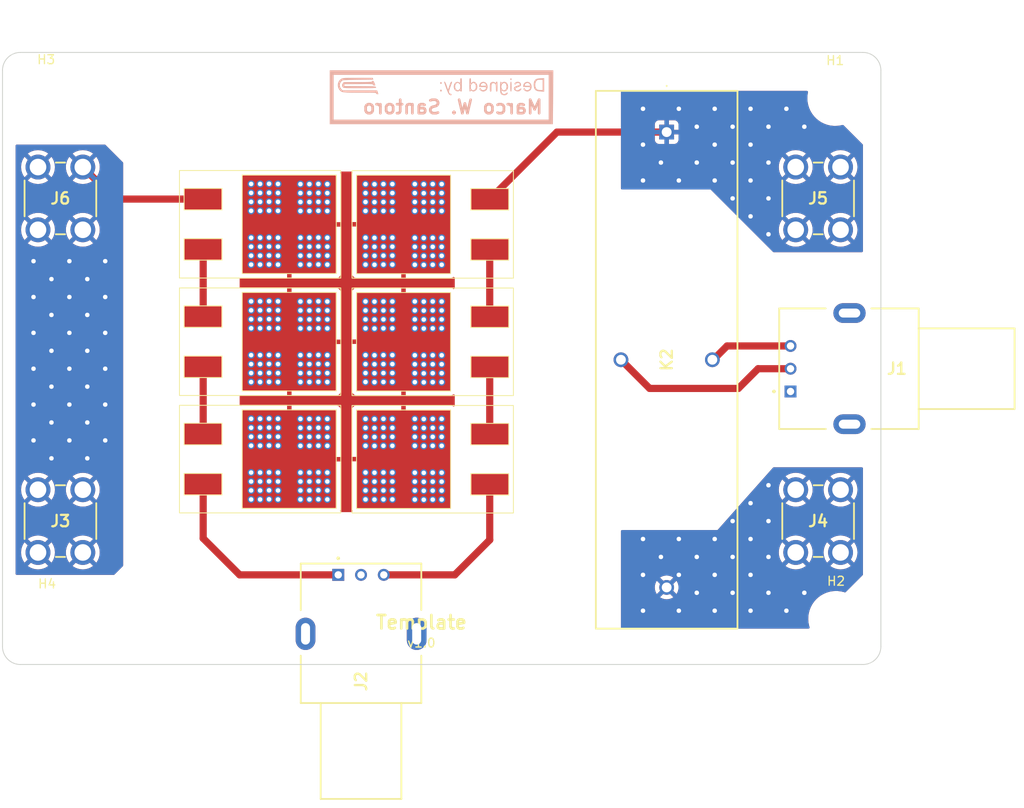
<source format=kicad_pcb>
(kicad_pcb (version 20221018) (generator pcbnew)
  (title_block (rev "${REVISION}") (company "Author:") (comment 1 "Reviewer:"))
  (layers (0 "F.Cu" signal) (31 "B.Cu" signal) (34 "B.Paste" user) (35 "F.Paste" user) (36 "B.SilkS" user "B.Silkscreen") (37 "F.SilkS" user "F.Silkscreen") (38 "B.Mask" user) (39 "F.Mask" user) (44 "Edge.Cuts" user))
  (property "REVISION" "1.0")
  (net 0 "")
  (net 1 "GND")
  (net 2 "HV+")
  (net 3 "HV-")
  (net 4 "SD+")
  (net 5 "TSMP-")
  (net 6 "TSMP+")
  (net 7 "Net-(J4-Pin_1)")
  (net 10 "Net-(PWR263S-35-5001F1-Pad2)")
  (net 11 "/THERMO")
  (net 12 "Net-(PWR263S-35-5001F4-Pad2)")
  (net 13 "Net-(PWR263S-35-5001F5-Pad2)")
  (net 14 "Net-(PWR263S-35-5001F2-Pad2)")
  (footprint "7696:7696" (layer "F.Cu") (at 204.04 67.4995)
    (fp_text reference "J5")
    (fp_text value "Conn_01x01_Pin" hide)
  )
  (footprint "MountingHole:MountingHole_3.2mm_M3" (layer "F.Cu") (at 120.40901 52.71)
    (fp_text reference "H3")
    (fp_text value "MountingHole")
  )
  (footprint "7696:PWR263S-35-5001F" (layer "F.Cu") (at 165.54 93.1 90)
    (fp_text reference "PWR263S-35-5001F4" hide)
    (fp_text value "~" hide)
  )
  (footprint "MountingHole:MountingHole_3.2mm_M3" (layer "F.Cu") (at 208.54 110.9)
    (fp_text reference "H2")
    (fp_text value "MountingHole")
  )
  (footprint "d369-g33-xx:D369-G33-XX" (layer "F.Cu") (at 203.46 85.54)
    (fp_text reference "J1")
    (fp_text value "~" hide)
  )
  (footprint "7696:7696" (layer "F.Cu") (at 204.04 103.4995)
    (fp_text reference "J4")
    (fp_text value "Conn_01x01_Pin" hide)
  )
  (footprint "7696:7696" (layer "F.Cu") (at 124.5 96.5005 180)
    (fp_text reference "J3")
    (fp_text value "Conn_01x01_Pin" hide)
  )
  (footprint "7696:PWR263S-35-5001F" (layer "F.Cu") (at 142.28 66.885 -90)
    (fp_text reference "PWR263S-35-5001F1" hide)
    (fp_text value "~" hide)
  )
  (footprint "7696:PWR263S-35-5001F" (layer "F.Cu") (at 142.28 79.985 -90)
    (fp_text reference "PWR263S-35-5001F2" hide)
    (fp_text value "~" hide)
  )
  (footprint "d369-g33-xx:D369-G33-XX" (layer "F.Cu") (at 153 106 -90)
    (fp_text reference "J2")
    (fp_text value "~" hide)
  )
  (footprint "7696:PWR263S-35-5001F" (layer "F.Cu") (at 165.54 66.9 90)
    (fp_text reference "PWR263S-35-5001F6" hide)
    (fp_text value "~" hide)
  )
  (footprint "MountingHole:MountingHole_3.2mm_M3" (layer "F.Cu") (at 120.50901 111.2)
    (fp_text reference "H4")
    (fp_text value "MountingHole")
  )
  (footprint "7696:PWR263S-35-5001F" (layer "F.Cu") (at 165.54 80 90)
    (fp_text reference "PWR263S-35-5001F5" hide)
    (fp_text value "~" hide)
  )
  (footprint "7696:PWR263S-35-5001F" (layer "F.Cu") (at 142.28 93.085 -90)
    (fp_text reference "PWR263S-35-5001F3" hide)
    (fp_text value "~" hide)
  )
  (footprint "KiCad:DBR72410" (layer "F.Cu") (at 189.64 56.6 -90)
    (fp_text reference "K2")
    (fp_text value "ADW11" hide)
  )
  (footprint "MountingHole:MountingHole_3.2mm_M3" (layer "F.Cu") (at 208.44 52.81)
    (fp_text reference "H1")
    (fp_text value "MountingHole")
  )
  (footprint "7696:7696" (layer "F.Cu") (at 124.5 60.5005 180)
    (fp_text reference "J6")
    (fp_text value "Conn_01x01_Pin" hide)
  )
  (footprint "put_silkscreen:SignatureBox25mm" (layer "B.Cu") (at 164.5 54.7 180)
    (fp_text reference "G***" hide)
    (fp_text value "LOGO" hide)
  )
  (gr_line (start 117.54 47.71) (end 211.54 47.71) (stroke (width 0.1)) (layer "Edge.Cuts"))
  (gr_line (start 115.54 114) (end 115.54 49.71) (stroke (width 0.1)) (layer "Edge.Cuts"))
  (gr_line (start 213.54 49.71) (end 213.54 114) (stroke (width 0.1)) (layer "Edge.Cuts"))
  (gr_arc (start 117.54 116) (mid 116.125786 115.414214) (end 115.54 114) (stroke (width 0.1)) (layer "Edge.Cuts"))
  (gr_arc (start 213.54 114) (mid 212.954214 115.414214) (end 211.54 116) (stroke (width 0.1)) (layer "Edge.Cuts"))
  (gr_arc (start 115.54 49.71) (mid 116.125786 48.295786) (end 117.54 47.71) (stroke (width 0.1)) (layer "Edge.Cuts"))
  (gr_line (start 211.54 116) (end 117.54 116) (stroke (width 0.1)) (layer "Edge.Cuts"))
  (gr_arc (start 211.54 47.71) (mid 212.954214 48.295786) (end 213.54 49.71) (stroke (width 0.1)) (layer "Edge.Cuts"))
  (gr_text "Template" (at 162.28 112.18) (layer "F.SilkS") (effects (font (size 1.5 1.5) (thickness 0.3) bold) (justify bottom)))
  (gr_text "v${REVISION}" (at 162.28 114.18) (layer "F.SilkS") (effects (font (size 1 1)) (justify bottom)))
  (segment (start 196.38 80.46) (end 203.46 80.46) (width 0.8) (layer "F.Cu") (net 1))
  (segment (start 194.74 82.1) (end 196.38 80.46) (width 0.8) (layer "F.Cu") (net 1))
  (segment (start 194.74 82) (end 194.74 82.1) (width 0.8) (layer "F.Cu") (net 1))
  (segment (start 137.92 64.075) (end 128.0745 64.075) (width 0.8) (layer "F.Cu") (net 2))
  (segment (start 128.0745 64.075) (end 124.5 60.5005) (width 0.8) (layer "F.Cu") (net 2))
  (via (at 127 71) (size 0.8) (drill 0.5) (layers "F.Cu" "B.Cu") (net 2))
  (via (at 127 79) (size 0.8) (drill 0.5) (layers "F.Cu" "B.Cu") (net 2))
  (via (at 119 79) (size 0.8) (drill 0.5) (layers "F.Cu" "B.Cu") (net 2))
  (via (at 127 87) (size 0.8) (drill 0.5) (layers "F.Cu" "B.Cu") (net 2))
  (via (at 121 73) (size 0.8) (drill 0.5) (layers "F.Cu" "B.Cu") (net 2))
  (via (at 123 79) (size 0.8) (drill 0.5) (layers "F.Cu" "B.Cu") (net 2))
  (via (at 121 93) (size 0.8) (drill 0.5) (layers "F.Cu" "B.Cu") (net 2))
  (via (at 121 81) (size 0.8) (drill 0.5) (layers "F.Cu" "B.Cu") (net 2))
  (via (at 119 71) (size 0.8) (drill 0.5) (layers "F.Cu" "B.Cu") (net 2))
  (via (at 123 83) (size 0.8) (drill 0.5) (layers "F.Cu" "B.Cu") (net 2))
  (via (at 123 71) (size 0.8) (drill 0.5) (layers "F.Cu" "B.Cu") (net 2))
  (via (at 125 73) (size 0.8) (drill 0.5) (layers "F.Cu" "B.Cu") (net 2))
  (via (at 119 83) (size 0.8) (drill 0.5) (layers "F.Cu" "B.Cu") (net 2))
  (via (at 121 77) (size 0.8) (drill 0.5) (layers "F.Cu" "B.Cu") (net 2))
  (via (at 121 85) (size 0.8) (drill 0.5) (layers "F.Cu" "B.Cu") (net 2))
  (via (at 123 91) (size 0.8) (drill 0.5) (layers "F.Cu" "B.Cu") (net 2))
  (via (at 125 85) (size 0.8) (drill 0.5) (layers "F.Cu" "B.Cu") (net 2))
  (via (at 123 87) (size 0.8) (drill 0.5) (layers "F.Cu" "B.Cu") (net 2))
  (via (at 119 75) (size 0.8) (drill 0.5) (layers "F.Cu" "B.Cu") (net 2))
  (via (at 119 87) (size 0.8) (drill 0.5) (layers "F.Cu" "B.Cu") (net 2))
  (via (at 125 81) (size 0.8) (drill 0.5) (layers "F.Cu" "B.Cu") (net 2))
  (via (at 127 91) (size 0.8) (drill 0.5) (layers "F.Cu" "B.Cu") (net 2))
  (via (at 123 75) (size 0.8) (drill 0.5) (layers "F.Cu" "B.Cu") (net 2))
  (via (at 125 89) (size 0.8) (drill 0.5) (layers "F.Cu" "B.Cu") (net 2))
  (via (at 127 83) (size 0.8) (drill 0.5) (layers "F.Cu" "B.Cu") (net 2))
  (via (at 121 89) (size 0.8) (drill 0.5) (layers "F.Cu" "B.Cu") (net 2))
  (via (at 125 93) (size 0.8) (drill 0.5) (layers "F.Cu" "B.Cu") (net 2))
  (via (at 125 77) (size 0.8) (drill 0.5) (layers "F.Cu" "B.Cu") (net 2))
  (via (at 119 91) (size 0.8) (drill 0.5) (layers "F.Cu" "B.Cu") (net 2))
  (via (at 127 75) (size 0.8) (drill 0.5) (layers "F.Cu" "B.Cu") (net 2))
  (segment (start 189.64 56.6) (end 177.4 56.6) (width 0.8) (layer "F.Cu") (net 3))
  (segment (start 177.4 56.6) (end 169.89 64.11) (width 0.8) (layer "F.Cu") (net 3))
  (via (at 187 58) (size 0.8) (drill 0.5) (layers "F.Cu" "B.Cu") (net 3))
  (via (at 197 56) (size 0.8) (drill 0.5) (layers "F.Cu" "B.Cu") (net 3))
  (via (at 187 54) (size 0.8) (drill 0.5) (layers "F.Cu" "B.Cu") (net 3))
  (via (at 201 68) (size 0.8) (drill 0.5) (layers "F.Cu" "B.Cu") (net 3))
  (via (at 205 56) (size 0.8) (drill 0.5) (layers "F.Cu" "B.Cu") (net 3))
  (via (at 199 66) (size 0.8) (drill 0.5) (layers "F.Cu" "B.Cu") (net 3))
  (via (at 197 60) (size 0.8) (drill 0.5) (layers "F.Cu" "B.Cu") (net 3))
  (via (at 201 56) (size 0.8) (drill 0.5) (layers "F.Cu" "B.Cu") (net 3))
  (via (at 195 62) (size 0.8) (drill 0.5) (layers "F.Cu" "B.Cu") (net 3))
  (via (at 197 64) (size 0.8) (drill 0.5) (layers "F.Cu" "B.Cu") (net 3))
  (via (at 187 62) (size 0.8) (drill 0.5) (layers "F.Cu" "B.Cu") (net 3))
  (via (at 203 54) (size 0.8) (drill 0.5) (layers "F.Cu" "B.Cu") (net 3))
  (via (at 195 58) (size 0.8) (drill 0.5) (layers "F.Cu" "B.Cu") (net 3))
  (via (at 193 56) (size 0.8) (drill 0.5) (layers "F.Cu" "B.Cu") (net 3))
  (via (at 199 58) (size 0.8) (drill 0.5) (layers "F.Cu" "B.Cu") (net 3))
  (via (at 201 64) (size 0.8) (drill 0.5) (layers "F.Cu" "B.Cu") (net 3))
  (via (at 193 60) (size 0.8) (drill 0.5) (layers "F.Cu" "B.Cu") (net 3))
  (via (at 195 54) (size 0.8) (drill 0.5) (layers "F.Cu" "B.Cu") (net 3))
  (via (at 199 62) (size 0.8) (drill 0.5) (layers "F.Cu" "B.Cu") (net 3))
  (via (at 201 60) (size 0.8) (drill 0.5) (layers "F.Cu" "B.Cu") (net 3))
  (via (at 189 60) (size 0.8) (drill 0.5) (layers "F.Cu" "B.Cu") (net 3))
  (via (at 191 62) (size 0.8) (drill 0.5) (layers "F.Cu" "B.Cu") (net 3))
  (via (at 191 54) (size 0.8) (drill 0.5) (layers "F.Cu" "B.Cu") (net 3))
  (via (at 199 54) (size 0.8) (drill 0.5) (layers "F.Cu" "B.Cu") (net 3))
  (segment (start 199.84 83) (end 197.64 85.2) (width 0.8) (layer "F.Cu") (net 4))
  (segment (start 187.74 85.2) (end 184.54 82) (width 0.8) (layer "F.Cu") (net 4))
  (segment (start 197.64 85.2) (end 187.74 85.2) (width 0.8) (layer "F.Cu") (net 4))
  (segment (start 203.46 83) (end 199.84 83) (width 0.8) (layer "F.Cu") (net 4))
  (segment (start 169.9 95.91) (end 169.9 102.1) (width 0.8) (layer "F.Cu") (net 5))
  (segment (start 166 106) (end 158.08 106) (width 0.8) (layer "F.Cu") (net 5))
  (segment (start 169.9 102.1) (end 166 106) (width 0.8) (layer "F.Cu") (net 5))
  (segment (start 137.93 101.93) (end 142 106) (width 0.8) (layer "F.Cu") (net 6))
  (segment (start 142 106) (end 153 106) (width 0.8) (layer "F.Cu") (net 6))
  (segment (start 137.93 95.875) (end 137.93 101.93) (width 0.8) (layer "F.Cu") (net 6))
  (via (at 191 102) (size 0.8) (drill 0.5) (layers "F.Cu" "B.Cu") (net 7))
  (via (at 197 100) (size 0.8) (drill 0.5) (layers "F.Cu" "B.Cu") (net 7))
  (via (at 195 102) (size 0.8) (drill 0.5) (layers "F.Cu" "B.Cu") (net 7))
  (via (at 199 102) (size 0.8) (drill 0.5) (layers "F.Cu" "B.Cu") (net 7))
  (via (at 187 106) (size 0.8) (drill 0.5) (layers "F.Cu" "B.Cu") (net 7))
  (via (at 197 108) (size 0.8) (drill 0.5) (layers "F.Cu" "B.Cu") (net 7))
  (via (at 187 110) (size 0.8) (drill 0.5) (layers "F.Cu" "B.Cu") (net 7))
  (via (at 193 108) (size 0.8) (drill 0.5) (layers "F.Cu" "B.Cu") (net 7))
  (via (at 197 104) (size 0.8) (drill 0.5) (layers "F.Cu" "B.Cu") (net 7))
  (via (at 201 104) (size 0.8) (drill 0.5) (layers "F.Cu" "B.Cu") (net 7))
  (via (at 205 108) (size 0.8) (drill 0.5) (layers "F.Cu" "B.Cu") (net 7))
  (via (at 193 104) (size 0.8) (drill 0.5) (layers "F.Cu" "B.Cu") (net 7))
  (via (at 189 104) (size 0.8) (drill 0.5) (layers "F.Cu" "B.Cu") (net 7))
  (via (at 203 110) (size 0.8) (drill 0.5) (layers "F.Cu" "B.Cu") (net 7))
  (via (at 195 106) (size 0.8) (drill 0.5) (layers "F.Cu" "B.Cu") (net 7))
  (via (at 191 110) (size 0.8) (drill 0.5) (layers "F.Cu" "B.Cu") (net 7))
  (via (at 201 96) (size 0.8) (drill 0.5) (layers "F.Cu" "B.Cu") (net 7))
  (via (at 195 110) (size 0.8) (drill 0.5) (layers "F.Cu" "B.Cu") (net 7))
  (via (at 201 100) (size 0.8) (drill 0.5) (layers "F.Cu" "B.Cu") (net 7))
  (via (at 191 106) (size 0.8) (drill 0.5) (layers "F.Cu" "B.Cu") (net 7))
  (via (at 199 106) (size 0.8) (drill 0.5) (layers "F.Cu" "B.Cu") (net 7))
  (via (at 187 102) (size 0.8) (drill 0.5) (layers "F.Cu" "B.Cu") (net 7))
  (via (at 201 108) (size 0.8) (drill 0.5) (layers "F.Cu" "B.Cu") (net 7))
  (via (at 199 98) (size 0.8) (drill 0.5) (layers "F.Cu" "B.Cu") (net 7))
  (via (at 199 110) (size 0.8) (drill 0.5) (layers "F.Cu" "B.Cu") (net 7))
  (segment (start 137.93 77.165) (end 137.92 77.175) (width 0.8) (layer "F.Cu") (net 10))
  (segment (start 137.93 69.675) (end 137.93 77.165) (width 0.8) (layer "F.Cu") (net 10))
  (segment (start 169.9 90.3) (end 169.89 90.31) (width 0.8) (layer "F.Cu") (net 12))
  (segment (start 169.9 82.81) (end 169.9 90.3) (width 0.8) (layer "F.Cu") (net 12))
  (segment (start 169.9 69.71) (end 169.9 77.2) (width 0.8) (layer "F.Cu") (net 13))
  (segment (start 169.9 77.2) (end 169.89 77.21) (width 0.8) (layer "F.Cu") (net 13))
  (segment (start 137.93 90.265) (end 137.92 90.275) (width 0.8) (layer "F.Cu") (net 14))
  (segment (start 137.93 82.775) (end 137.93 90.265) (width 0.8) (layer "F.Cu") (net 14))
  (zone (net 7) (net_name "Net-(J4-Pin_1)") (layers "F&B.Cu") (name "HV-") (priority 1) (connect_pads (clearance 0)) (min_thickness 0.25) (fill yes (thermal_gap 0.5) (thermal_bridge_width 0.5) (smoothing fillet))
    (polygon (pts (xy 211.54 106) (xy 205.54 112) (xy 184.54 112) (xy 184.54 101) (xy 195.317778 101) (xy 201.54 94) (xy 201.54 94) (xy 211.54 94)))
  )
  (zone (net 11) (net_name "/THERMO") (layers "F&B.Cu") (name "HV-") (priority 2) (connect_pads (clearance 0)) (min_thickness 0.25) (fill yes (thermal_gap 0.5) (thermal_bridge_width 0.5) (smoothing fillet))
    (polygon (pts (xy 166 61) (xy 142 61) (xy 142 99) (xy 166 99)))
  )
  (zone (net 3) (net_name "HV-") (layers "F&B.Cu") (name "HV-") (priority 1) (connect_pads (clearance 0)) (min_thickness 0.25) (fill yes (thermal_gap 0.5) (thermal_bridge_width 0.5) (smoothing fillet))
    (polygon (pts (xy 211.54 58) (xy 205.54 52) (xy 184.54 52) (xy 184.54 63) (xy 194.54 63) (xy 201.54 70) (xy 201.54 70) (xy 211.54 70)))
  )
  (zone (net 2) (net_name "HV+") (layers "F&B.Cu") (name "HV-") (connect_pads (clearance 0)) (min_thickness 0.25) (fill yes (thermal_gap 0.5) (thermal_bridge_width 0.5) (smoothing fillet))
    (polygon (pts (xy 117 58) (xy 127 58) (xy 129 60) (xy 129 105) (xy 128 106) (xy 117 106)))
  )
)
</source>
